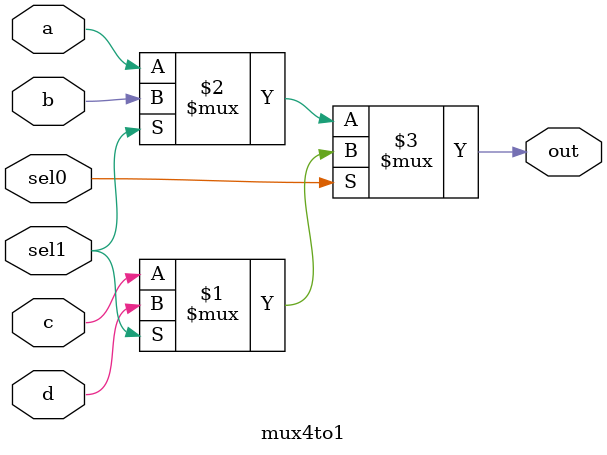
<source format=v>

module mux4to1(
  input a,
  input b,
  input c,
  input d,
  input sel0,
  input sel1,
  output out
);
  assign out = sel0 ? (sel1 ? d : c) : (sel1 ? b : a);
endmodule
</source>
